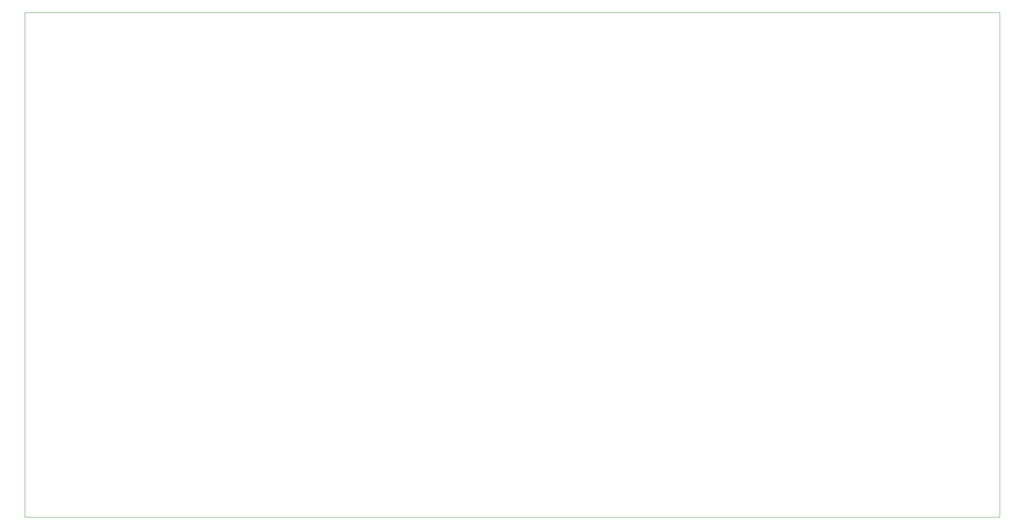
<source format=gm1>
%TF.GenerationSoftware,KiCad,Pcbnew,7.0.1-3b83917a11~172~ubuntu20.04.1*%
%TF.CreationDate,2023-03-22T14:40:45-04:00*%
%TF.ProjectId,ScooterBLDCMotorController,53636f6f-7465-4724-924c-44434d6f746f,rev?*%
%TF.SameCoordinates,Original*%
%TF.FileFunction,Profile,NP*%
%FSLAX46Y46*%
G04 Gerber Fmt 4.6, Leading zero omitted, Abs format (unit mm)*
G04 Created by KiCad (PCBNEW 7.0.1-3b83917a11~172~ubuntu20.04.1) date 2023-03-22 14:40:45*
%MOMM*%
%LPD*%
G01*
G04 APERTURE LIST*
%TA.AperFunction,Profile*%
%ADD10C,0.100000*%
%TD*%
G04 APERTURE END LIST*
D10*
X43434000Y-37719000D02*
X253746000Y-37719000D01*
X253746000Y-146685000D01*
X43434000Y-146685000D01*
X43434000Y-37719000D01*
M02*

</source>
